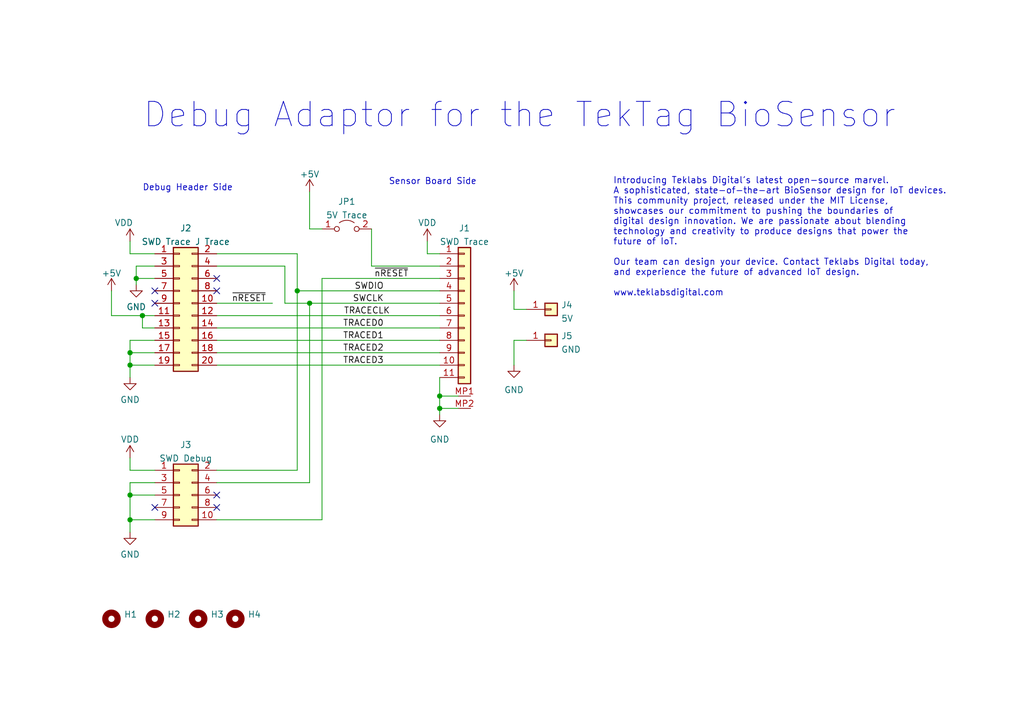
<source format=kicad_sch>
(kicad_sch (version 20211123) (generator eeschema)
  (paper "A5")
  (title_block (title "Debug Board for TekTag BioSensor") (date "2023-06-01") (rev "1") (company "© 2023 Teklabs Digital Pty Ltd") (comment 1 "Designed by Trevor Attema") (comment 2 "MIT License "))
  (lib_symbols
    (symbol "Connector_Generic:Conn_01x01" (pin_names (offset 1.016) hide)
      (property "Reference" "J" (at 0 2.54 0))
      (property "Value" "Conn_01x01" (at 0 -2.54 0))
      (symbol "Conn_01x01_1_1"
        (rectangle (start -1.27 0.127) (end 0 -0.127) (stroke (width 0.1524)))
        (rectangle (start -1.27 1.27) (end 1.27 -1.27) (stroke (width 0.254)) (fill (type background)))
        (pin passive line (at -5.08 0 0) (length 3.81) (name "Pin_1") (number "1"))
      )
    )
    (symbol "Connector_Generic:Conn_01x11" (pin_names (offset 1.016) hide)
      (property "Reference" "J1" (at 0 17.9365 0))
      (property "Value" "SWD Trace" (at 0 15.1614 0))
      (symbol "Conn_01x11_1_1"
        (rectangle (start -1.27 -12.573) (end 0 -12.827) (stroke (width 0.1524)))
        (rectangle (start -1.27 -10.033) (end 0 -10.287) (stroke (width 0.1524)))
        (rectangle (start -1.27 -7.493) (end 0 -7.747) (stroke (width 0.1524)))
        (rectangle (start -1.27 -4.953) (end 0 -5.207) (stroke (width 0.1524)))
        (rectangle (start -1.27 -2.413) (end 0 -2.667) (stroke (width 0.1524)))
        (rectangle (start -1.27 0.127) (end 0 -0.127) (stroke (width 0.1524)))
        (rectangle (start -1.27 2.667) (end 0 2.413) (stroke (width 0.1524)))
        (rectangle (start -1.27 5.207) (end 0 4.953) (stroke (width 0.1524)))
        (rectangle (start -1.27 7.747) (end 0 7.493) (stroke (width 0.1524)))
        (rectangle (start -1.27 10.287) (end 0 10.033) (stroke (width 0.1524)))
        (rectangle (start -1.27 12.827) (end 0 12.573) (stroke (width 0.1524)))
        (rectangle (start -1.27 13.97) (end 1.27 -13.97) (stroke (width 0.254)) (fill (type background)))
        (pin passive line (at -5.08 12.7 0) (length 3.81) (name "Pin_1") (number "1"))
        (pin passive line (at -5.08 -10.16 0) (length 3.81) (name "Pin_10") (number "10"))
        (pin passive line (at -5.08 -12.7 0) (length 3.81) (name "Pin_11") (number "11"))
        (pin passive line (at -5.08 10.16 0) (length 3.81) (name "Pin_2") (number "2"))
        (pin passive line (at -5.08 7.62 0) (length 3.81) (name "Pin_3") (number "3"))
        (pin passive line (at -5.08 5.08 0) (length 3.81) (name "Pin_4") (number "4"))
        (pin passive line (at -5.08 2.54 0) (length 3.81) (name "Pin_5") (number "5"))
        (pin passive line (at -5.08 0 0) (length 3.81) (name "Pin_6") (number "6"))
        (pin passive line (at -5.08 -2.54 0) (length 3.81) (name "Pin_7") (number "7"))
        (pin passive line (at -5.08 -5.08 0) (length 3.81) (name "Pin_8") (number "8"))
        (pin passive line (at -5.08 -7.62 0) (length 3.81) (name "Pin_9") (number "9"))
        (pin bidirectional line (at -1.27 -16.51 0) (length 2.54) (name "MP1") (number "MP1"))
        (pin bidirectional line (at -1.27 -19.05 0) (length 2.54) (name "MP2") (number "MP2"))
      )
    )
    (symbol "Connector_Generic:Conn_02x05_Odd_Even" (pin_names (offset 1.016) hide)
      (property "Reference" "J" (at 1.27 7.62 0))
      (property "Value" "Conn_02x05_Odd_Even" (at 1.27 -7.62 0))
      (symbol "Conn_02x05_Odd_Even_1_1"
        (rectangle (start -1.27 -4.953) (end 0 -5.207) (stroke (width 0.1524)))
        (rectangle (start -1.27 -2.413) (end 0 -2.667) (stroke (width 0.1524)))
        (rectangle (start -1.27 0.127) (end 0 -0.127) (stroke (width 0.1524)))
        (rectangle (start -1.27 2.667) (end 0 2.413) (stroke (width 0.1524)))
        (rectangle (start -1.27 5.207) (end 0 4.953) (stroke (width 0.1524)))
        (rectangle (start -1.27 6.35) (end 3.81 -6.35) (stroke (width 0.254)) (fill (type background)))
        (rectangle (start 3.81 -4.953) (end 2.54 -5.207) (stroke (width 0.1524)))
        (rectangle (start 3.81 -2.413) (end 2.54 -2.667) (stroke (width 0.1524)))
        (rectangle (start 3.81 0.127) (end 2.54 -0.127) (stroke (width 0.1524)))
        (rectangle (start 3.81 2.667) (end 2.54 2.413) (stroke (width 0.1524)))
        (rectangle (start 3.81 5.207) (end 2.54 4.953) (stroke (width 0.1524)))
        (pin passive line (at -5.08 5.08 0) (length 3.81) (name "Pin_1") (number "1"))
        (pin passive line (at 7.62 -5.08 180) (length 3.81) (name "Pin_10") (number "10"))
        (pin passive line (at 7.62 5.08 180) (length 3.81) (name "Pin_2") (number "2"))
        (pin passive line (at -5.08 2.54 0) (length 3.81) (name "Pin_3") (number "3"))
        (pin passive line (at 7.62 2.54 180) (length 3.81) (name "Pin_4") (number "4"))
        (pin passive line (at -5.08 0 0) (length 3.81) (name "Pin_5") (number "5"))
        (pin passive line (at 7.62 0 180) (length 3.81) (name "Pin_6") (number "6"))
        (pin passive line (at -5.08 -2.54 0) (length 3.81) (name "Pin_7") (number "7"))
        (pin passive line (at 7.62 -2.54 180) (length 3.81) (name "Pin_8") (number "8"))
        (pin passive line (at -5.08 -5.08 0) (length 3.81) (name "Pin_9") (number "9"))
      )
    )
    (symbol "Connector_Generic:Conn_02x10_Odd_Even" (pin_names (offset 1.016) hide)
      (property "Reference" "J" (at 1.27 12.7 0))
      (property "Value" "Conn_02x10_Odd_Even" (at 1.27 -15.24 0))
      (symbol "Conn_02x10_Odd_Even_1_1"
        (rectangle (start -1.27 -12.573) (end 0 -12.827) (stroke (width 0.1524)))
        (rectangle (start -1.27 -10.033) (end 0 -10.287) (stroke (width 0.1524)))
        (rectangle (start -1.27 -7.493) (end 0 -7.747) (stroke (width 0.1524)))
        (rectangle (start -1.27 -4.953) (end 0 -5.207) (stroke (width 0.1524)))
        (rectangle (start -1.27 -2.413) (end 0 -2.667) (stroke (width 0.1524)))
        (rectangle (start -1.27 0.127) (end 0 -0.127) (stroke (width 0.1524)))
        (rectangle (start -1.27 2.667) (end 0 2.413) (stroke (width 0.1524)))
        (rectangle (start -1.27 5.207) (end 0 4.953) (stroke (width 0.1524)))
        (rectangle (start -1.27 7.747) (end 0 7.493) (stroke (width 0.1524)))
        (rectangle (start -1.27 10.287) (end 0 10.033) (stroke (width 0.1524)))
        (rectangle (start -1.27 11.43) (end 3.81 -13.97) (stroke (width 0.254)) (fill (type background)))
        (rectangle (start 3.81 -12.573) (end 2.54 -12.827) (stroke (width 0.1524)))
        (rectangle (start 3.81 -10.033) (end 2.54 -10.287) (stroke (width 0.1524)))
        (rectangle (start 3.81 -7.493) (end 2.54 -7.747) (stroke (width 0.1524)))
        (rectangle (start 3.81 -4.953) (end 2.54 -5.207) (stroke (width 0.1524)))
        (rectangle (start 3.81 -2.413) (end 2.54 -2.667) (stroke (width 0.1524)))
        (rectangle (start 3.81 0.127) (end 2.54 -0.127) (stroke (width 0.1524)))
        (rectangle (start 3.81 2.667) (end 2.54 2.413) (stroke (width 0.1524)))
        (rectangle (start 3.81 5.207) (end 2.54 4.953) (stroke (width 0.1524)))
        (rectangle (start 3.81 7.747) (end 2.54 7.493) (stroke (width 0.1524)))
        (rectangle (start 3.81 10.287) (end 2.54 10.033) (stroke (width 0.1524)))
        (pin passive line (at -5.08 10.16 0) (length 3.81) (name "Pin_1") (number "1"))
        (pin passive line (at 7.62 0 180) (length 3.81) (name "Pin_10") (number "10"))
        (pin passive line (at -5.08 -2.54 0) (length 3.81) (name "Pin_11") (number "11"))
        (pin passive line (at 7.62 -2.54 180) (length 3.81) (name "Pin_12") (number "12"))
        (pin passive line (at -5.08 -5.08 0) (length 3.81) (name "Pin_13") (number "13"))
        (pin passive line (at 7.62 -5.08 180) (length 3.81) (name "Pin_14") (number "14"))
        (pin passive line (at -5.08 -7.62 0) (length 3.81) (name "Pin_15") (number "15"))
        (pin passive line (at 7.62 -7.62 180) (length 3.81) (name "Pin_16") (number "16"))
        (pin passive line (at -5.08 -10.16 0) (length 3.81) (name "Pin_17") (number "17"))
        (pin passive line (at 7.62 -10.16 180) (length 3.81) (name "Pin_18") (number "18"))
        (pin passive line (at -5.08 -12.7 0) (length 3.81) (name "Pin_19") (number "19"))
        (pin passive line (at 7.62 10.16 180) (length 3.81) (name "Pin_2") (number "2"))
        (pin passive line (at 7.62 -12.7 180) (length 3.81) (name "Pin_20") (number "20"))
        (pin passive line (at -5.08 7.62 0) (length 3.81) (name "Pin_3") (number "3"))
        (pin passive line (at 7.62 7.62 180) (length 3.81) (name "Pin_4") (number "4"))
        (pin passive line (at -5.08 5.08 0) (length 3.81) (name "Pin_5") (number "5"))
        (pin passive line (at 7.62 5.08 180) (length 3.81) (name "Pin_6") (number "6"))
        (pin passive line (at -5.08 2.54 0) (length 3.81) (name "Pin_7") (number "7"))
        (pin passive line (at 7.62 2.54 180) (length 3.81) (name "Pin_8") (number "8"))
        (pin passive line (at -5.08 0 0) (length 3.81) (name "Pin_9") (number "9"))
      )
    )
    (symbol "Jumper:Jumper_2_Open" (pin_names (offset 0) hide)
      (property "Reference" "JP" (at 0 2.794 0))
      (property "Value" "Jumper_2_Open" (at 0 -2.286 0))
      (symbol "Jumper_2_Open_0_0"
        (circle (center -2.032 0) (radius 0.508))
        (circle (center 2.032 0) (radius 0.508))
      )
      (symbol "Jumper_2_Open_0_1"
        (arc (start 1.524 1.27) (mid 0 1.778) (end -1.524 1.27))
      )
      (symbol "Jumper_2_Open_1_1"
        (pin passive line (at -5.08 0 0) (length 2.54) (name "A") (number "1"))
        (pin passive line (at 5.08 0 180) (length 2.54) (name "B") (number "2"))
      )
    )
    (symbol "Mechanical:MountingHole" (pin_names (offset 1.016))
      (property "Reference" "H" (at 0 5.08 0))
      (property "Value" "MountingHole" (at 0 3.175 0))
      (symbol "MountingHole_0_1"
        (circle (center 0 0) (radius 1.27) (stroke (width 1.27)))
      )
    )
    (symbol "power:+5V" (power) (pin_names (offset 0))
      (property "Value" "+5V" (at 0 3.556 0))
      (symbol "+5V_0_1"
        (polyline (pts (xy -0.762 1.27) (xy 0 2.54)))
        (polyline (pts (xy 0 0) (xy 0 2.54)))
        (polyline (pts (xy 0 2.54) (xy 0.762 1.27)))
      )
      (symbol "+5V_1_1"
        (pin power_in line (at 0 0 90) (length 0) hide (name "+5V") (number "1"))
      )
    )
    (symbol "power:GND" (power) (pin_names (offset 0))
      (property "Value" "GND" (at 0 -3.81 0))
      (symbol "GND_0_1"
        (polyline (pts (xy 0 0) (xy 0 -1.27) (xy 1.27 -1.27) (xy 0 -2.54) (xy -1.27 -1.27) (xy 0 -1.27)))
      )
      (symbol "GND_1_1"
        (pin power_in line (at 0 0 270) (length 0) hide (name "GND") (number "1"))
      )
    )
    (symbol "power:VDD" (power) (pin_names (offset 0))
      (property "Value" "VDD" (at 0 3.81 0))
      (symbol "VDD_0_1"
        (polyline (pts (xy -0.762 1.27) (xy 0 2.54)))
        (polyline (pts (xy 0 0) (xy 0 2.54)))
        (polyline (pts (xy 0 2.54) (xy 0.762 1.27)))
      )
      (symbol "VDD_1_1"
        (pin power_in line (at 0 0 90) (length 0) hide (name "VDD") (number "1"))
      )
    )
  )
  (junction (at 29.21 64.77))
  (junction (at 60.96 59.69))
  (junction (at 26.67 72.39))
  (junction (at 63.5 62.23))
  (junction (at 26.67 74.93))
  (junction (at 26.67 106.68))
  (junction (at 27.94 57.15))
  (junction (at 90.17 81.28))
  (junction (at 90.17 83.82))
  (junction (at 26.67 101.6))
  (no_connect (at 44.45 57.15))
  (no_connect (at 44.45 59.69))
  (no_connect (at 31.75 104.14))
  (no_connect (at 44.45 101.6))
  (no_connect (at 44.45 104.14))
  (no_connect (at 31.75 62.23))
  (no_connect (at 31.75 59.69))
  (wire (pts (xy 60.96 52.07) (xy 44.45 52.07)))
  (wire (pts (xy 87.63 52.07) (xy 87.63 49.53)))
  (wire (pts (xy 26.67 96.52) (xy 31.75 96.52)))
  (wire (pts (xy 26.67 69.85) (xy 31.75 69.85)))
  (wire (pts (xy 90.17 67.31) (xy 44.45 67.31)))
  (wire (pts (xy 26.67 52.07) (xy 31.75 52.07)))
  (wire (pts (xy 22.86 59.69) (xy 22.86 64.77)))
  (wire (pts (xy 105.41 59.69) (xy 105.41 63.5)))
  (wire (pts (xy 26.67 69.85) (xy 26.67 72.39)))
  (wire (pts (xy 26.67 99.06) (xy 26.67 101.6)))
  (wire (pts (xy 90.17 52.07) (xy 87.63 52.07)))
  (wire (pts (xy 105.41 63.5) (xy 107.95 63.5)))
  (wire (pts (xy 58.42 62.23) (xy 63.5 62.23)))
  (wire (pts (xy 55.88 62.23) (xy 44.45 62.23)))
  (wire (pts (xy 26.67 74.93) (xy 26.67 77.47)))
  (wire (pts (xy 26.67 96.52) (xy 26.67 93.98)))
  (wire (pts (xy 27.94 54.61) (xy 27.94 57.15)))
  (wire (pts (xy 29.21 64.77) (xy 22.86 64.77)))
  (wire (pts (xy 60.96 52.07) (xy 60.96 59.69)))
  (wire (pts (xy 76.2 46.99) (xy 76.2 54.61)))
  (wire (pts (xy 26.67 72.39) (xy 31.75 72.39)))
  (wire (pts (xy 31.75 54.61) (xy 27.94 54.61)))
  (wire (pts (xy 90.17 54.61) (xy 76.2 54.61)))
  (wire (pts (xy 44.45 99.06) (xy 63.5 99.06)))
  (wire (pts (xy 26.67 101.6) (xy 26.67 106.68)))
  (wire (pts (xy 31.75 64.77) (xy 29.21 64.77)))
  (wire (pts (xy 63.5 46.99) (xy 66.04 46.99)))
  (wire (pts (xy 44.45 106.68) (xy 66.04 106.68)))
  (wire (pts (xy 31.75 99.06) (xy 26.67 99.06)))
  (wire (pts (xy 31.75 106.68) (xy 26.67 106.68)))
  (wire (pts (xy 63.5 62.23) (xy 90.17 62.23)))
  (wire (pts (xy 90.17 83.82) (xy 90.17 85.09)))
  (wire (pts (xy 26.67 106.68) (xy 26.67 109.22)))
  (wire (pts (xy 90.17 64.77) (xy 44.45 64.77)))
  (wire (pts (xy 60.96 96.52) (xy 60.96 59.69)))
  (wire (pts (xy 90.17 72.39) (xy 44.45 72.39)))
  (wire (pts (xy 93.98 81.28) (xy 90.17 81.28)))
  (wire (pts (xy 107.95 69.85) (xy 105.41 69.85)))
  (wire (pts (xy 90.17 77.47) (xy 90.17 81.28)))
  (wire (pts (xy 66.04 106.68) (xy 66.04 57.15)))
  (wire (pts (xy 63.5 39.37) (xy 63.5 46.99)))
  (wire (pts (xy 105.41 69.85) (xy 105.41 74.93)))
  (wire (pts (xy 63.5 99.06) (xy 63.5 62.23)))
  (wire (pts (xy 58.42 54.61) (xy 44.45 54.61)))
  (wire (pts (xy 29.21 67.31) (xy 29.21 64.77)))
  (wire (pts (xy 27.94 57.15) (xy 27.94 58.42)))
  (wire (pts (xy 44.45 96.52) (xy 60.96 96.52)))
  (wire (pts (xy 26.67 74.93) (xy 31.75 74.93)))
  (wire (pts (xy 93.98 83.82) (xy 90.17 83.82)))
  (wire (pts (xy 31.75 67.31) (xy 29.21 67.31)))
  (wire (pts (xy 26.67 72.39) (xy 26.67 74.93)))
  (wire (pts (xy 58.42 54.61) (xy 58.42 62.23)))
  (wire (pts (xy 26.67 52.07) (xy 26.67 49.53)))
  (wire (pts (xy 90.17 81.28) (xy 90.17 83.82)))
  (wire (pts (xy 90.17 74.93) (xy 44.45 74.93)))
  (wire (pts (xy 90.17 69.85) (xy 44.45 69.85)))
  (wire (pts (xy 31.75 57.15) (xy 27.94 57.15)))
  (wire (pts (xy 60.96 59.69) (xy 90.17 59.69)))
  (wire (pts (xy 26.67 101.6) (xy 31.75 101.6)))
  (wire (pts (xy 66.04 57.15) (xy 90.17 57.15)))
  (text "Sensor Board Side" (at 97.79 38.1 180) (effects (font (size 1.27 1.27)) (justify right bottom)))
  (text "Debug Adaptor for the TekTag BioSensor" (at 29.21 26.67 0) (effects (font (size 5 5)) (justify left bottom)))
  (text "Debug Header Side" (at 29.21 39.37 0) (effects (font (size 1.27 1.27)) (justify left bottom)))
  (text "Introducing Teklabs Digital's latest open-source marvel.\nA sophisticated, state-of-the-art BioSensor design for IoT devices.\nThis community project, released under the MIT License,\nshowcases our commitment to pushing the boundaries of\ndigital design innovation. We are passionate about blending\ntechnology and creativity to produce designs that power the\nfuture of IoT.\n\nOur team can design your device. Contact Teklabs Digital today,\nand experience the future of advanced IoT design.\n\nwww.teklabsdigital.com" (at 125.73 60.96 0) (effects (font (size 1.3 1.3)) (justify left bottom)))
  (label "TRACED3" (at 78.74 74.93 180))
  (label "~{nRESET}" (at 83.82 57.15 180))
  (label "~{nRESET}" (at 54.61 62.23 180))
  (label "TRACED0" (at 78.74 67.31 180))
  (label "SWCLK" (at 78.74 62.23 180))
  (label "TRACED2" (at 78.74 72.39 180))
  (label "TRACED1" (at 78.74 69.85 180))
  (label "SWDIO" (at 78.74 59.69 180))
  (label "TRACECLK" (at 80.01 64.77 180))
  (symbol (lib_id "power:GND") (at 27.94 58.42 0) (mirror y) (unit 1)
    (property "Reference" "#PWR0105" (effects hide))
    (property "Value" "GND" (at 27.94 62.9825 0))
  )
  (symbol (lib_id "Connector_Generic:Conn_02x05_Odd_Even") (at 36.83 101.6 0) (unit 1)
    (property "Reference" "J3" (at 38.1 91.2835 0))
    (property "Value" "SWD Debug" (at 38.1 94.0586 0))
    (property "Footprint" "Connector_PinHeader_1.27mm:PinHeader_2x05_P1.27mm_Vertical" (effects hide))
  )
  (symbol (lib_id "Connector_Generic:Conn_01x11") (at 95.25 64.77 0) (unit 1)
    (property "Reference" "J1" (at 95.25 46.8335 0))
    (property "Value" "SWD Trace" (at 95.25 49.6086 0))
    (property "Footprint" "Teklabs:Molex 5035661102" (effects hide))
    (property "Datasheet" "https://www.molex.com/en-us/products/part-detail/5035661102" (effects hide))
    (property "Digikey" "900-5035661102CT-ND" (effects hide))
  )
  (symbol (lib_id "power:VDD") (at 26.67 49.53 0) (mirror y) (unit 1)
    (property "Reference" "#PWR0106" (effects hide))
    (property "Value" "VDD" (at 25.4 45.72 0))
  )
  (symbol (lib_id "power:+5V") (at 63.5 39.37 0) (unit 1)
    (property "Reference" "#PWR0103" (effects hide))
    (property "Value" "+5V" (at 63.5 35.7655 0))
  )
  (symbol (lib_id "power:VDD") (at 87.63 49.53 0) (unit 1)
    (property "Reference" "#PWR0101" (effects hide))
    (property "Value" "VDD" (at 87.63 45.72 0))
  )
  (symbol (lib_id "Connector_Generic:Conn_02x10_Odd_Even") (at 36.83 62.23 0) (unit 1)
    (property "Reference" "J2" (at 38.1 46.8335 0))
    (property "Value" "SWD Trace J Trace" (at 38.1 49.6086 0))
    (property "Footprint" "Connector_PinHeader_1.27mm:PinHeader_2x10_P1.27mm_Vertical" (effects hide))
    (property "Datasheet" "https://app.adam-tech.com/products/download/data_sheet/199942/hph2-a-xx-ua-data-sheet.pdf" (effects hide))
    (property "Digikey" "2057-HPH2-A-20-UA-ND" (effects hide))
  )
  (symbol (lib_id "power:GND") (at 105.41 74.93 0) (mirror y) (unit 1)
    (property "Reference" "#PWR0110" (effects hide))
    (property "Value" "GND" (at 105.41 80.01 0))
  )
  (symbol (lib_id "power:GND") (at 26.67 77.47 0) (mirror y) (unit 1)
    (property "Reference" "#PWR0107" (effects hide))
    (property "Value" "GND" (at 26.67 82.0325 0))
  )
  (symbol (lib_id "Connector_Generic:Conn_01x01") (at 113.03 63.5 0) (unit 1)
    (property "Reference" "J4" (at 115.062 62.5915 0) (effects (justify left)))
    (property "Value" "5V" (at 115.062 65.3666 0) (effects (justify left)))
    (property "Footprint" "Connector_PinHeader_2.54mm:PinHeader_1x01_P2.54mm_Vertical" (effects hide))
  )
  (symbol (lib_id "Mechanical:MountingHole") (at 40.64 127 0) (unit 1) (in_bom no)
    (property "Reference" "H3" (at 43.18 126.0915 0) (effects (justify left)))
    (property "Value" "MountingHole" (effects hide))
    (property "Footprint" "MountingHole:MountingHole_3.7mm_Pad_TopBottom" (effects hide))
  )
  (symbol (lib_id "Mechanical:MountingHole") (at 31.75 127 0) (unit 1) (in_bom no)
    (property "Reference" "H2" (at 34.29 126.0915 0) (effects (justify left)))
    (property "Value" "MountingHole" (effects hide))
    (property "Footprint" "MountingHole:MountingHole_3.7mm_Pad_TopBottom" (effects hide))
  )
  (symbol (lib_id "power:+5V") (at 105.41 59.69 0) (unit 1)
    (property "Reference" "#PWR0111" (effects hide))
    (property "Value" "+5V" (at 105.41 56.0855 0))
  )
  (symbol (lib_id "power:+5V") (at 22.86 59.69 0) (mirror y) (unit 1)
    (property "Reference" "#PWR0104" (effects hide))
    (property "Value" "+5V" (at 22.86 56.0855 0))
  )
  (symbol (lib_id "Mechanical:MountingHole") (at 48.26 127 0) (unit 1) (in_bom no)
    (property "Reference" "H4" (at 50.8 126.0915 0) (effects (justify left)))
    (property "Value" "MountingHole" (effects hide))
    (property "Footprint" "MountingHole:MountingHole_3.7mm_Pad_TopBottom" (effects hide))
  )
  (symbol (lib_id "Jumper:Jumper_2_Open") (at 71.12 46.99 0) (unit 1)
    (property "Reference" "JP1" (at 71.12 41.3725 0))
    (property "Value" "5V Trace" (at 71.12 44.1476 0))
    (property "Footprint" "Connector_PinHeader_2.54mm:PinHeader_1x02_P2.54mm_Vertical" (effects hide))
  )
  (symbol (lib_id "Mechanical:MountingHole") (at 22.86 127 0) (unit 1) (in_bom no)
    (property "Reference" "H1" (at 25.4 126.0915 0) (effects (justify left)))
    (property "Value" "MountingHole" (effects hide))
    (property "Footprint" "MountingHole:MountingHole_3.7mm_Pad_TopBottom" (effects hide))
  )
  (symbol (lib_id "power:VDD") (at 26.67 93.98 0) (mirror y) (unit 1)
    (property "Reference" "#PWR0108" (effects hide))
    (property "Value" "VDD" (at 26.67 90.17 0))
  )
  (symbol (lib_id "power:GND") (at 90.17 85.09 0) (mirror y) (unit 1)
    (property "Reference" "#PWR0102" (effects hide))
    (property "Value" "GND" (at 90.17 90.17 0))
  )
  (symbol (lib_id "Connector_Generic:Conn_01x01") (at 113.03 69.85 0) (unit 1)
    (property "Reference" "J5" (at 115.062 68.9415 0) (effects (justify left)))
    (property "Value" "GND" (at 115.062 71.7166 0) (effects (justify left)))
    (property "Footprint" "Connector_PinHeader_2.54mm:PinHeader_1x01_P2.54mm_Vertical" (effects hide))
  )
  (symbol (lib_id "power:GND") (at 26.67 109.22 0) (unit 1)
    (property "Reference" "#PWR0109" (effects hide))
    (property "Value" "GND" (at 26.67 113.7825 0))
  )
)
</source>
